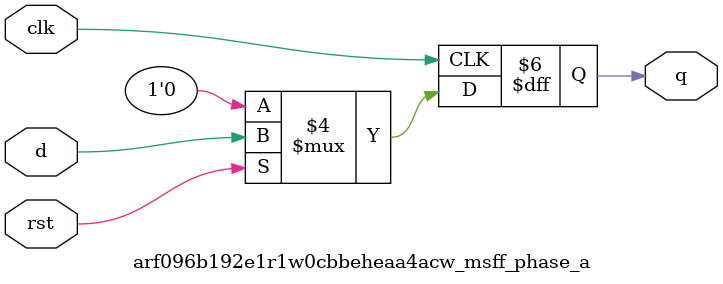
<source format=sv>
`ifndef ARF096B192E1R1W0CBBEHEAA4ACW_MSFF_PHASE_A_SV
`define ARF096B192E1R1W0CBBEHEAA4ACW_MSFF_PHASE_A_SV

module arf096b192e1r1w0cbbeheaa4acw_msff_phase_a #
(
  parameter DWIDTH = 1
)
(
  input  logic [DWIDTH-1:0] d,
  input  logic clk,
  input  logic rst,
  output logic [DWIDTH-1:0] q
);

always_ff @ (posedge clk) begin
  if (~rst) begin
    q <= '0;
  end
  else begin
    q <= d;
  end
end

endmodule // arf096b192e1r1w0cbbeheaa4acw_msff_phase_a

`endif // ARF096B192E1R1W0CBBEHEAA4ACW_MSFF_PHASE_A_SV
</source>
